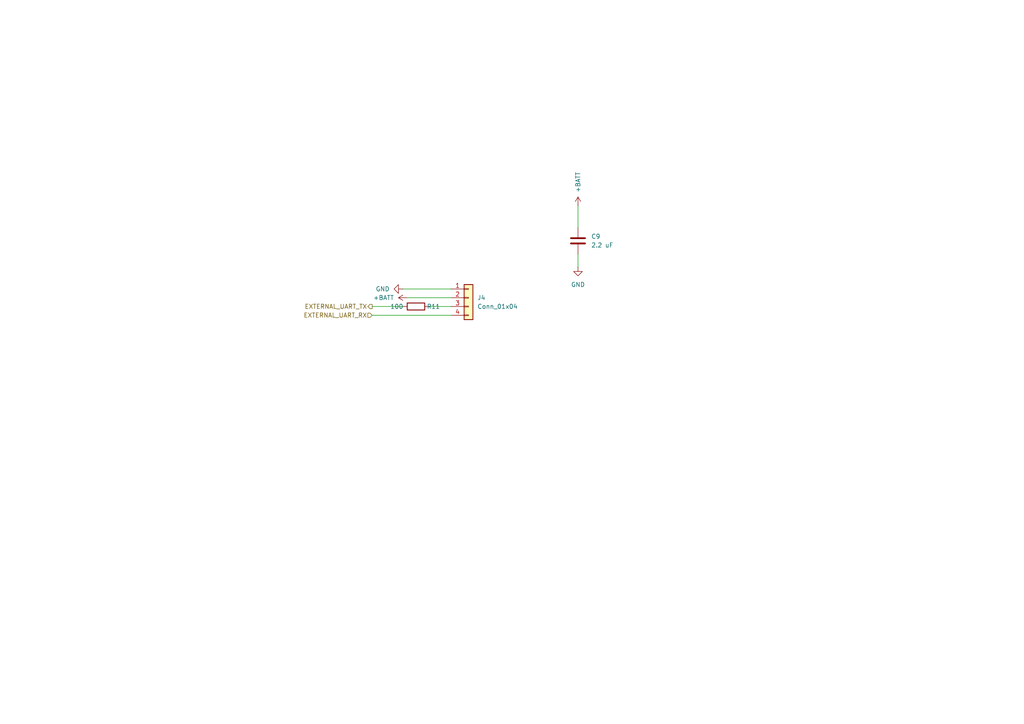
<source format=kicad_sch>
(kicad_sch (version 20230121) (generator eeschema)
  (paper "A4")
  (lib_symbols
    (symbol "Connector_Generic:Conn_01x04" (pin_names (offset 1.016) hide)
      (property "Reference" "J" (at 0 5.08 0))
      (property "Value" "Conn_01x04" (at 0 -7.62 0))
      (symbol "Conn_01x04_1_1"
        (rectangle (start -1.27 -4.953) (end 0 -5.207) (stroke (width 0.1524)))
        (rectangle (start -1.27 -2.413) (end 0 -2.667) (stroke (width 0.1524)))
        (rectangle (start -1.27 0.127) (end 0 -0.127) (stroke (width 0.1524)))
        (rectangle (start -1.27 2.667) (end 0 2.413) (stroke (width 0.1524)))
        (rectangle (start -1.27 3.81) (end 1.27 -6.35) (stroke (width 0.254)) (fill (type background)))
        (pin passive line (at -5.08 2.54 0) (length 3.81) (name "Pin_1") (number "1"))
        (pin passive line (at -5.08 0 0) (length 3.81) (name "Pin_2") (number "2"))
        (pin passive line (at -5.08 -2.54 0) (length 3.81) (name "Pin_3") (number "3"))
        (pin passive line (at -5.08 -5.08 0) (length 3.81) (name "Pin_4") (number "4"))
      )
    )
    (symbol "Device:C" (pin_numbers hide) (pin_names (offset 0.254))
      (property "Reference" "C" (at 0.635 2.54 0))
      (property "Value" "C" (at 0.635 -2.54 0))
      (symbol "C_0_1"
        (polyline (pts (xy -2.032 -0.762) (xy 2.032 -0.762)) (stroke (width 0.508)))
        (polyline (pts (xy -2.032 0.762) (xy 2.032 0.762)) (stroke (width 0.508)))
      )
      (symbol "C_1_1"
        (pin passive line (at 0 3.81 270) (length 2.794) (name "~") (number "1"))
        (pin passive line (at 0 -3.81 90) (length 2.794) (name "~") (number "2"))
      )
    )
    (symbol "Device:R" (pin_numbers hide) (pin_names (offset 0))
      (property "Reference" "R" (at 2.032 0 90))
      (property "Value" "R" (at 0 0 90))
      (symbol "R_0_1"
        (rectangle (start -1.016 -2.54) (end 1.016 2.54) (stroke (width 0.254)))
      )
      (symbol "R_1_1"
        (pin passive line (at 0 3.81 270) (length 1.27) (name "~") (number "1"))
        (pin passive line (at 0 -3.81 90) (length 1.27) (name "~") (number "2"))
      )
    )
    (symbol "power:+BATT" (power) (pin_names (offset 0))
      (property "Value" "+BATT" (at 0 3.556 0))
      (symbol "+BATT_0_1"
        (polyline (pts (xy -0.762 1.27) (xy 0 2.54)))
        (polyline (pts (xy 0 0) (xy 0 2.54)))
        (polyline (pts (xy 0 2.54) (xy 0.762 1.27)))
      )
      (symbol "+BATT_1_1"
        (pin power_in line (at 0 0 90) (length 0) hide (name "+BATT") (number "1"))
      )
    )
    (symbol "power:GND" (power) (pin_names (offset 0))
      (property "Value" "GND" (at 0 -3.81 0))
      (symbol "GND_0_1"
        (polyline (pts (xy 0 0) (xy 0 -1.27) (xy 1.27 -1.27) (xy 0 -2.54) (xy -1.27 -1.27) (xy 0 -1.27)))
      )
      (symbol "GND_1_1"
        (pin power_in line (at 0 0 270) (length 0) hide (name "GND") (number "1"))
      )
    )
  )
  (wire (pts (xy 124.46 88.9) (xy 130.81 88.9)))
  (wire (pts (xy 167.64 73.66) (xy 167.64 77.47)))
  (wire (pts (xy 107.95 91.44) (xy 130.81 91.44)))
  (wire (pts (xy 167.64 59.69) (xy 167.64 66.04)))
  (wire (pts (xy 118.11 86.36) (xy 130.81 86.36)))
  (wire (pts (xy 107.95 88.9) (xy 116.84 88.9)))
  (wire (pts (xy 116.84 83.82) (xy 130.81 83.82)))
  (hierarchical_label "EXTERNAL_UART_RX" (shape input) (at 107.95 91.44 180))
  (hierarchical_label "EXTERNAL_UART_TX" (shape output) (at 107.95 88.9 180))
  (symbol (lib_id "power:GND") (at 167.64 77.47 0) (unit 1)
    (property "Reference" "#PWR027" (effects hide))
    (property "Value" "GND" (at 167.64 82.55 0))
    (instances (project "minimouse" (path "" (reference "#PWR027") (unit 1)) (path "" (reference "#PWR028") (unit 1)) (path "" (reference "#PWR034") (unit 1))))
  )
  (symbol (lib_id "Device:R") (at 120.65 88.9 90) (unit 1)
    (property "Reference" "R11" (at 125.73 88.9 90))
    (property "Value" "100 " (at 115.57 88.9 90))
  )
  (symbol (lib_id "Connector_Generic:Conn_01x04") (at 135.89 86.36 0) (unit 1)
    (property "Reference" "J4" (at 138.43 86.36 0) (effects (justify left)))
    (property "Value" "Conn_01x04" (at 138.43 88.9 0) (effects (justify left)))
  )
  (symbol (lib_id "power:+BATT") (at 167.64 59.69 0) (unit 1)
    (property "Reference" "#PWR029" (effects hide))
    (property "Value" "+BATT" (at 167.64 55.88 90) (effects (justify left)))
    (instances (project "minimouse" (path "" (reference "#PWR029") (unit 1)) (path "" (reference "#PWR030") (unit 1)) (path "" (reference "#PWR033") (unit 1))))
  )
  (symbol (lib_id "power:+BATT") (at 118.11 86.36 90) (unit 1)
    (property "Reference" "#PWR022" (effects hide))
    (property "Value" "+BATT" (at 114.3 86.36 90) (effects (justify left)))
  )
  (symbol (lib_id "power:GND") (at 116.84 83.82 270) (unit 1)
    (property "Reference" "#PWR023" (effects hide))
    (property "Value" "GND" (at 113.03 83.82 90) (effects (justify right)))
  )
  (symbol (lib_id "Device:C") (at 167.64 69.85 0) (unit 1)
    (property "Reference" "C9" (at 171.45 68.58 0) (effects (justify left)))
    (property "Value" "2.2 uF" (at 171.45 71.12 0) (effects (justify left)))
    (instances (project "minimouse" (path "" (reference "C9") (unit 1)) (path "" (reference "C7") (unit 1)) (path "" (reference "C10") (unit 1))))
  )
)
</source>
